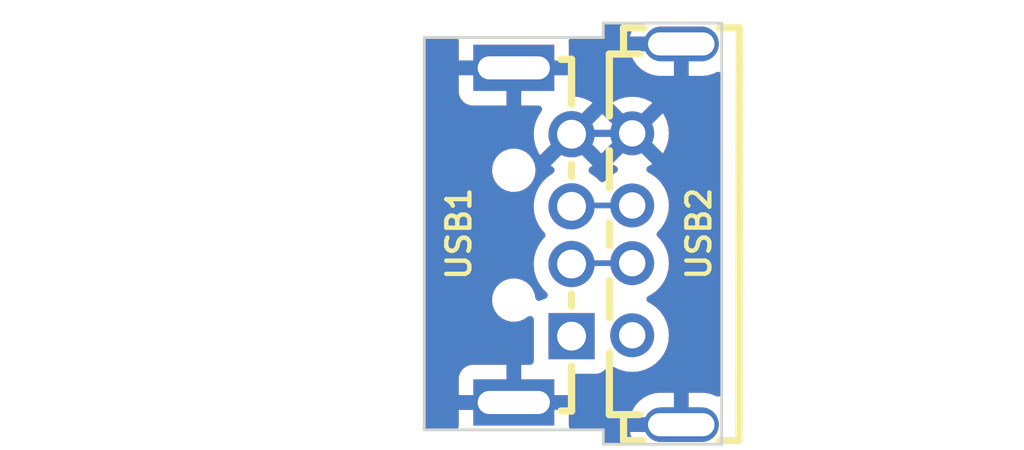
<source format=kicad_pcb>
(kicad_pcb (version 20221018) (generator pcbnew)
  (title_block (title "USB Power Blocker") (date "2023-03-20") (rev "1") (company "Spacehuhn Technologies") (comment 1 "Designed with <3 by Stefan"))
  (layers (0 "F.Cu" signal) (31 "B.Cu" signal) (34 "B.Paste" user) (35 "F.Paste" user) (36 "B.SilkS" user "B.Silkscreen") (37 "F.SilkS" user "F.Silkscreen") (38 "B.Mask" user) (39 "F.Mask" user) (44 "Edge.Cuts" user))
  (net 0 "")
  (net 1 "GND")
  (net 3 "/D-")
  (net 4 "/D+")
  (footprint "_mykicadlib:USB-A_Plug_THT_U-USBAR04P-M001" (layer "F.Cu") (at 149 100.3525 -90)
    (fp_text reference "USB1" (at -0.05 2.7 90) (layer "F.SilkS") (effects (font (size 0.8 0.8) (thickness 0.152))))
    (fp_text value "U-G-04DD-W-01" hide)
    (fp_line (start -6.096 -1.2) (end -6.096 -0.835) (stroke (width 0.254)) (layer "F.SilkS"))
    (fp_line (start -6.096 -1.2) (end -4.531 -1.2) (stroke (width 0.254)) (layer "F.SilkS"))
    (fp_line (start -2.469 -1.2) (end -2.031 -1.2) (stroke (width 0.254)) (layer "F.SilkS"))
    (fp_line (start 2.031 -1.2) (end 2.469 -1.2) (stroke (width 0.254)) (layer "F.SilkS"))
    (fp_line (start 4.531 -1.2) (end 6.096 -1.2) (stroke (width 0.254)) (layer "F.SilkS"))
    (fp_line (start 6.096 -0.835) (end 6.096 -1.2) (stroke (width 0.254)) (layer "F.SilkS"))
    (pad "" np_thru_hole circle (at -2.25 0.8 270) (size 1 1) (drill 1) (layers "*.Cu" "*.Mask"))
    (pad "" np_thru_hole circle (at 2.25 0.8 270) (size 1 1) (drill 1) (layers "*.Cu" "*.Mask"))
    (pad "1" thru_hole rect (at 3.5 -1.2 270) (size 1.6 1.6) (drill 1) (layers "*.Cu" "*.Mask"))
    (pad "2" thru_hole circle (at 1 -1.2 270) (size 1.6 1.6) (drill 1) (layers "*.Cu" "*.Mask") (net 3 "/D-"))
    (pad "3" thru_hole circle (at -1 -1.2 270) (size 1.6 1.6) (drill 1) (layers "*.Cu" "*.Mask") (net 4 "/D+"))
    (pad "4" thru_hole circle (at -3.5 -1.2 270) (size 1.6 1.6) (drill 1) (layers "*.Cu" "*.Mask") (net 1 "GND"))
    (pad "5" thru_hole rect (at -5.8 0.8 270) (size 1.6 2.8) (drill oval 0.8 2.5) (layers "*.Cu" "*.Mask") (net 1 "GND"))
    (pad "5" thru_hole rect (at 5.8 0.8 270) (size 1.6 2.8) (drill oval 0.8 2.5) (layers "*.Cu" "*.Mask") (net 1 "GND"))
  )
  (footprint "_mykicadlib:USB-A_Receptacle_THT_USB-A-TH_USB-M-40" (layer "F.Cu") (at 153.41 100.3225 90)
    (fp_text reference "USB2" (at 0.0225 1.2 90) (layer "F.SilkS") (effects (font (size 0.8 0.8))))
    (fp_text value "905-251A1011D10100" hide)
    (fp_line (start -7.15 -1.41) (end -7.15 -0.73) (stroke (width 0.25)) (layer "F.SilkS"))
    (fp_line (start -7.15 -1.41) (end -6.25 -1.41) (stroke (width 0.25)) (layer "F.SilkS"))
    (fp_line (start -7.15 1.91) (end -7.15 2.59) (stroke (width 0.25)) (layer "F.SilkS"))
    (fp_line (start -7.15 2.59) (end 7.15 2.6) (stroke (width 0.25)) (layer "F.SilkS"))
    (fp_line (start -6.25 -1.9) (end -4.1 -1.9) (stroke (width 0.25)) (layer "F.SilkS"))
    (fp_line (start -6.25 -0.86) (end -6.25 -1.9) (stroke (width 0.25)) (layer "F.SilkS"))
    (fp_line (start -2.9 -1.9) (end -1.6 -1.9) (stroke (width 0.25)) (layer "F.SilkS"))
    (fp_line (start -0.4 -1.9) (end 0.4 -1.9) (stroke (width 0.25)) (layer "F.SilkS"))
    (fp_line (start 1.6 -1.9) (end 2.9 -1.9) (stroke (width 0.25)) (layer "F.SilkS"))
    (fp_line (start 4.1 -1.9) (end 6.25 -1.9) (stroke (width 0.25)) (layer "F.SilkS"))
    (fp_line (start 6.25 -0.86) (end 6.25 -1.9) (stroke (width 0.25)) (layer "F.SilkS"))
    (fp_line (start 6.26 -1.41) (end 7.16 -1.41) (stroke (width 0.25)) (layer "F.SilkS"))
    (fp_line (start 7.16 -1.41) (end 7.16 -0.72) (stroke (width 0.25)) (layer "F.SilkS"))
    (fp_line (start 7.16 1.9) (end 7.16 2.6) (stroke (width 0.25)) (layer "F.SilkS"))
    (pad "1" thru_hole circle (at -3.5 -1.11 90) (size 1.52 1.52) (drill 0.9144) (layers "*.Cu" "*.Paste" "*.Mask"))
    (pad "2" thru_hole circle (at -1 -1.11 90) (size 1.52 1.52) (drill 0.9144) (layers "*.Cu" "*.Paste" "*.Mask") (net 3 "/D-"))
    (pad "3" thru_hole circle (at 1 -1.11 90) (size 1.52 1.52) (drill 0.9144) (layers "*.Cu" "*.Paste" "*.Mask") (net 4 "/D+"))
    (pad "4" thru_hole circle (at 3.5 -1.11 90) (size 1.52 1.52) (drill 0.9144) (layers "*.Cu" "*.Paste" "*.Mask") (net 1 "GND"))
    (pad "5" thru_hole oval (at -6.6 0.59) (size 2.6 1.2) (drill oval 2.301138 0.799998) (layers "*.Cu" "*.Paste" "*.Mask") (net 1 "GND"))
    (pad "5" thru_hole oval (at 6.6 0.59 180) (size 2.6 1.2) (drill oval 2.301138 0.799998) (layers "*.Cu" "*.Paste" "*.Mask") (net 1 "GND"))
  )
  (gr_line (start 155.4 93) (end 151.3 93) (stroke (width 0.1)) (layer "Edge.Cuts"))
  (gr_line (start 151.3 107.6) (end 155.4 107.6) (stroke (width 0.1)) (layer "Edge.Cuts"))
  (gr_line (start 151.3 93.5) (end 145.1 93.5) (stroke (width 0.1)) (layer "Edge.Cuts"))
  (gr_line (start 151.3 107.6) (end 151.3 107.1) (stroke (width 0.1)) (layer "Edge.Cuts"))
  (gr_line (start 151.3 107.1) (end 145.1 107.1) (stroke (width 0.1)) (layer "Edge.Cuts"))
  (gr_line (start 151.3 93) (end 151.3 93.5) (stroke (width 0.1)) (layer "Edge.Cuts"))
  (gr_line (start 145.1 93.5) (end 145.1 107.1) (stroke (width 0.1)) (layer "Edge.Cuts"))
  (gr_line (start 155.4 107.6) (end 155.4 93) (stroke (width 0.1)) (layer "Edge.Cuts"))
  (segment (start 150.23 96.8225) (end 150.2 96.8525) (width 0.25) (layer "B.Cu") (net 1))
  (segment (start 152.3 96.8225) (end 150.23 96.8225) (width 0.25) (layer "B.Cu") (net 1))
  (segment (start 150.23 101.3225) (end 150.2 101.3525) (width 0.2) (layer "B.Cu") (net 3))
  (segment (start 152.3 101.3225) (end 150.23 101.3225) (width 0.2) (layer "B.Cu") (net 3))
  (segment (start 150.23 99.3225) (end 150.2 99.3525) (width 0.2) (layer "B.Cu") (net 4))
  (segment (start 152.3 99.3225) (end 150.23 99.3225) (width 0.2) (layer "B.Cu") (net 4))
  (zone (net 1) (net_name "GND") (layers "F&B.Cu") (connect_pads (clearance 0.508)) (min_thickness 0.254) (fill yes (thermal_gap 0.508) (thermal_bridge_width 0.508))
    (polygon (pts (xy 156.1 107.8) (xy 144.4 107.8) (xy 144.4 92.2) (xy 156 92.2)))
  )
)
</source>
